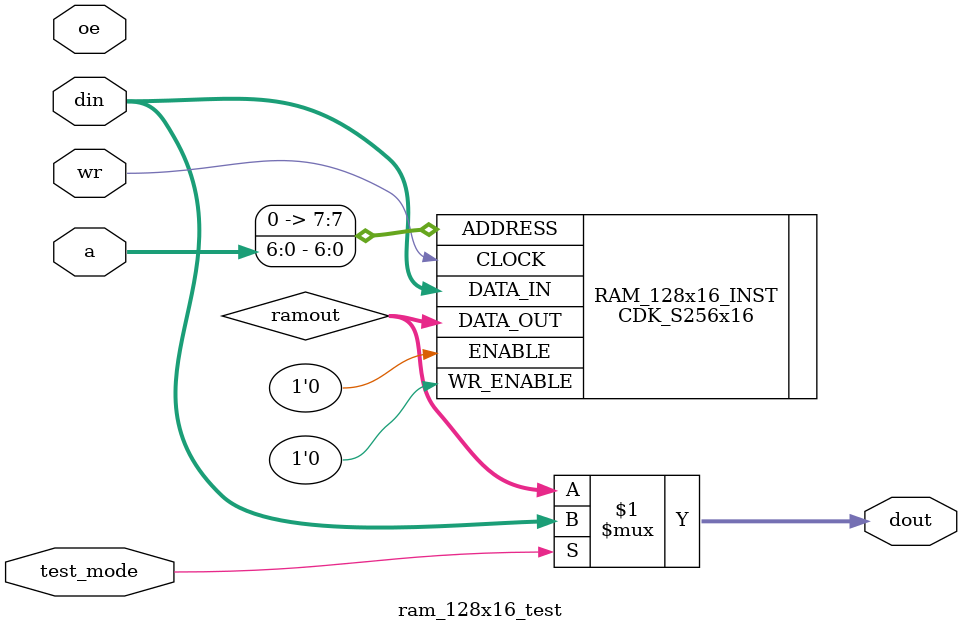
<source format=v>

module ram_128x16_test (
    a,
    din,
    dout,
    oe,
    wr,
    test_mode
    ) ;


/*
 *
 *  @(#) ram_128x16.v 15.4@(#)
 *  4/24/96  21:03:42
 *
 */

/*
 * Behavioral module for a RAM
 *   stolen from somewhere...
 *   15apr93mai
 */

    parameter
    addrsize = 7,           // number of address bits
    datasize = 16,          // number of data bits
    words = 128,            // total number of words in ram
    addrs = addrsize - 1,
    data = datasize - 1,
    wordLen = words - 1;

    input [addrs:0] a;      // address bus inputs
    input [data:0] din;     // input data bus
    output [data:0] dout;   // output data bus
    input wr;               // write strobe
    input oe;               // output enable strobe
    input test_mode;
    
    wire [data:0] ramout ;   // testable dout pins

assign #2 dout = test_mode ? din : ramout ;

CDK_S256x16 RAM_128x16_INST(
        .ADDRESS({1'b0,a}),
        .DATA_IN(din),
        .DATA_OUT(ramout),
        .CLOCK(wr),
	.WR_ENABLE(1'b0),
	.ENABLE(1'b0)
);

endmodule // ram_128x16_test

</source>
